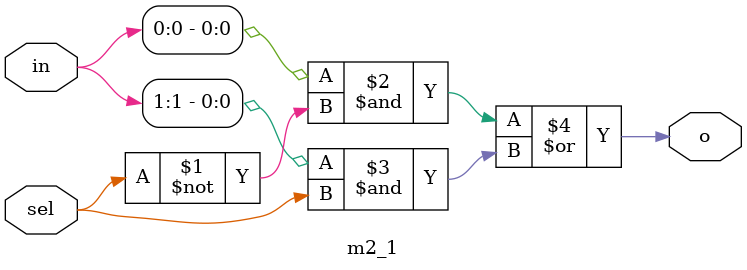
<source format=v>
`timescale 1ns / 1ps


module m2_1(
    input [1:0] in,
    input sel,
    output o
    );
    
    //assign output to 2-to-1 mux
    assign o = (in[0]&~sel)|(in[1]&sel);
    
endmodule


</source>
